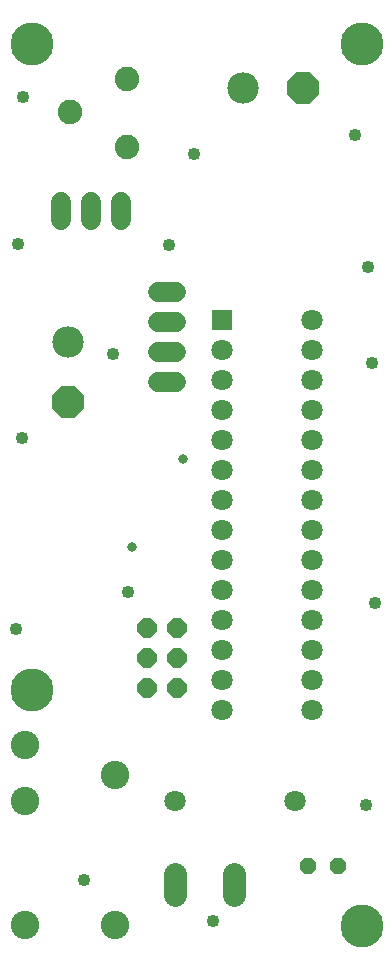
<source format=gbs>
G75*
%MOIN*%
%OFA0B0*%
%FSLAX25Y25*%
%IPPOS*%
%LPD*%
%AMOC8*
5,1,8,0,0,1.08239X$1,22.5*
%
%ADD10C,0.10500*%
%ADD11OC8,0.10500*%
%ADD12C,0.07550*%
%ADD13C,0.08177*%
%ADD14OC8,0.05300*%
%ADD15C,0.09500*%
%ADD16R,0.07100X0.07100*%
%ADD17C,0.07100*%
%ADD18OC8,0.06500*%
%ADD19C,0.06500*%
%ADD20C,0.04262*%
%ADD21C,0.03200*%
%ADD22C,0.14343*%
D10*
X0026049Y0207746D03*
X0084216Y0292617D03*
D11*
X0104216Y0292617D03*
X0026049Y0187746D03*
D12*
X0061603Y0030407D02*
X0061603Y0023357D01*
X0081288Y0023357D02*
X0081288Y0030407D01*
D13*
X0045462Y0272697D03*
X0045462Y0295532D03*
X0026565Y0284508D03*
D14*
X0105755Y0033214D03*
X0115755Y0033214D03*
D15*
X0011682Y0013417D03*
X0011682Y0054917D03*
X0011682Y0073417D03*
X0041682Y0063417D03*
X0041682Y0013417D03*
D16*
X0077272Y0215150D03*
D17*
X0077272Y0205150D03*
X0077272Y0195150D03*
X0077272Y0185150D03*
X0077272Y0175150D03*
X0077272Y0165150D03*
X0077272Y0155150D03*
X0077272Y0145150D03*
X0077272Y0135150D03*
X0077272Y0125150D03*
X0077272Y0115150D03*
X0077272Y0105150D03*
X0077272Y0095150D03*
X0077272Y0085150D03*
X0061459Y0054661D03*
X0101459Y0054661D03*
X0107272Y0085150D03*
X0107272Y0095150D03*
X0107272Y0105150D03*
X0107272Y0115150D03*
X0107272Y0125150D03*
X0107272Y0135150D03*
X0107272Y0145150D03*
X0107272Y0155150D03*
X0107272Y0165150D03*
X0107272Y0175150D03*
X0107272Y0185150D03*
X0107272Y0195150D03*
X0107272Y0205150D03*
X0107272Y0215150D03*
D18*
X0062128Y0112323D03*
X0062128Y0102323D03*
X0062128Y0092323D03*
X0052128Y0092323D03*
X0052128Y0102323D03*
X0052128Y0112323D03*
D19*
X0055794Y0194312D02*
X0061794Y0194312D01*
X0061794Y0204312D02*
X0055794Y0204312D01*
X0055794Y0214312D02*
X0061794Y0214312D01*
X0061794Y0224312D02*
X0055794Y0224312D01*
X0043463Y0248307D02*
X0043463Y0254307D01*
X0033463Y0254307D02*
X0033463Y0248307D01*
X0023463Y0248307D02*
X0023463Y0254307D01*
D20*
X0009133Y0240309D03*
X0010799Y0289305D03*
X0040796Y0203646D03*
X0059461Y0239976D03*
X0067793Y0270306D03*
X0121455Y0276639D03*
X0125788Y0232644D03*
X0127121Y0200647D03*
X0128121Y0120655D03*
X0125121Y0053328D03*
X0074126Y0014665D03*
X0031130Y0028331D03*
X0008466Y0111989D03*
X0010466Y0175649D03*
X0045796Y0124321D03*
D21*
X0047129Y0139320D03*
X0064127Y0168650D03*
D22*
X0013799Y0091658D03*
X0013799Y0306969D03*
X0123788Y0306969D03*
X0123788Y0012999D03*
M02*

</source>
